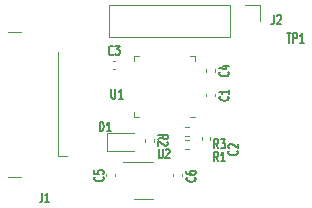
<source format=gbr>
%TF.GenerationSoftware,KiCad,Pcbnew,(7.0.0)*%
%TF.CreationDate,2023-02-23T15:33:30+08:00*%
%TF.ProjectId,CK,434b2e6b-6963-4616-945f-706362585858,rev?*%
%TF.SameCoordinates,Original*%
%TF.FileFunction,Legend,Top*%
%TF.FilePolarity,Positive*%
%FSLAX46Y46*%
G04 Gerber Fmt 4.6, Leading zero omitted, Abs format (unit mm)*
G04 Created by KiCad (PCBNEW (7.0.0)) date 2023-02-23 15:33:30*
%MOMM*%
%LPD*%
G01*
G04 APERTURE LIST*
%ADD10C,0.150000*%
%ADD11C,0.120000*%
G04 APERTURE END LIST*
D10*
%TO.C,J2*%
X114799999Y-97743904D02*
X114799999Y-98315333D01*
X114799999Y-98315333D02*
X114771428Y-98429619D01*
X114771428Y-98429619D02*
X114714285Y-98505809D01*
X114714285Y-98505809D02*
X114628571Y-98543904D01*
X114628571Y-98543904D02*
X114571428Y-98543904D01*
X115057142Y-97820095D02*
X115085714Y-97782000D01*
X115085714Y-97782000D02*
X115142857Y-97743904D01*
X115142857Y-97743904D02*
X115285714Y-97743904D01*
X115285714Y-97743904D02*
X115342857Y-97782000D01*
X115342857Y-97782000D02*
X115371428Y-97820095D01*
X115371428Y-97820095D02*
X115399999Y-97896285D01*
X115399999Y-97896285D02*
X115399999Y-97972476D01*
X115399999Y-97972476D02*
X115371428Y-98086761D01*
X115371428Y-98086761D02*
X115028571Y-98543904D01*
X115028571Y-98543904D02*
X115399999Y-98543904D01*
%TO.C,U1*%
X101042857Y-104043904D02*
X101042857Y-104691523D01*
X101042857Y-104691523D02*
X101071428Y-104767714D01*
X101071428Y-104767714D02*
X101100000Y-104805809D01*
X101100000Y-104805809D02*
X101157142Y-104843904D01*
X101157142Y-104843904D02*
X101271428Y-104843904D01*
X101271428Y-104843904D02*
X101328571Y-104805809D01*
X101328571Y-104805809D02*
X101357142Y-104767714D01*
X101357142Y-104767714D02*
X101385714Y-104691523D01*
X101385714Y-104691523D02*
X101385714Y-104043904D01*
X101985713Y-104843904D02*
X101642856Y-104843904D01*
X101814285Y-104843904D02*
X101814285Y-104043904D01*
X101814285Y-104043904D02*
X101757142Y-104158190D01*
X101757142Y-104158190D02*
X101699999Y-104234380D01*
X101699999Y-104234380D02*
X101642856Y-104272476D01*
%TO.C,J1*%
X95199999Y-112793904D02*
X95199999Y-113365333D01*
X95199999Y-113365333D02*
X95171428Y-113479619D01*
X95171428Y-113479619D02*
X95114285Y-113555809D01*
X95114285Y-113555809D02*
X95028571Y-113593904D01*
X95028571Y-113593904D02*
X94971428Y-113593904D01*
X95799999Y-113593904D02*
X95457142Y-113593904D01*
X95628571Y-113593904D02*
X95628571Y-112793904D01*
X95628571Y-112793904D02*
X95571428Y-112908190D01*
X95571428Y-112908190D02*
X95514285Y-112984380D01*
X95514285Y-112984380D02*
X95457142Y-113022476D01*
%TO.C,D1*%
X100057143Y-107593904D02*
X100057143Y-106793904D01*
X100057143Y-106793904D02*
X100200000Y-106793904D01*
X100200000Y-106793904D02*
X100285714Y-106832000D01*
X100285714Y-106832000D02*
X100342857Y-106908190D01*
X100342857Y-106908190D02*
X100371428Y-106984380D01*
X100371428Y-106984380D02*
X100400000Y-107136761D01*
X100400000Y-107136761D02*
X100400000Y-107251047D01*
X100400000Y-107251047D02*
X100371428Y-107403428D01*
X100371428Y-107403428D02*
X100342857Y-107479619D01*
X100342857Y-107479619D02*
X100285714Y-107555809D01*
X100285714Y-107555809D02*
X100200000Y-107593904D01*
X100200000Y-107593904D02*
X100057143Y-107593904D01*
X100971428Y-107593904D02*
X100628571Y-107593904D01*
X100800000Y-107593904D02*
X100800000Y-106793904D01*
X100800000Y-106793904D02*
X100742857Y-106908190D01*
X100742857Y-106908190D02*
X100685714Y-106984380D01*
X100685714Y-106984380D02*
X100628571Y-107022476D01*
%TO.C,C2*%
X111667714Y-109249999D02*
X111705809Y-109278571D01*
X111705809Y-109278571D02*
X111743904Y-109364285D01*
X111743904Y-109364285D02*
X111743904Y-109421428D01*
X111743904Y-109421428D02*
X111705809Y-109507142D01*
X111705809Y-109507142D02*
X111629619Y-109564285D01*
X111629619Y-109564285D02*
X111553428Y-109592856D01*
X111553428Y-109592856D02*
X111401047Y-109621428D01*
X111401047Y-109621428D02*
X111286761Y-109621428D01*
X111286761Y-109621428D02*
X111134380Y-109592856D01*
X111134380Y-109592856D02*
X111058190Y-109564285D01*
X111058190Y-109564285D02*
X110982000Y-109507142D01*
X110982000Y-109507142D02*
X110943904Y-109421428D01*
X110943904Y-109421428D02*
X110943904Y-109364285D01*
X110943904Y-109364285D02*
X110982000Y-109278571D01*
X110982000Y-109278571D02*
X111020095Y-109249999D01*
X111020095Y-109021428D02*
X110982000Y-108992856D01*
X110982000Y-108992856D02*
X110943904Y-108935714D01*
X110943904Y-108935714D02*
X110943904Y-108792856D01*
X110943904Y-108792856D02*
X110982000Y-108735714D01*
X110982000Y-108735714D02*
X111020095Y-108707142D01*
X111020095Y-108707142D02*
X111096285Y-108678571D01*
X111096285Y-108678571D02*
X111172476Y-108678571D01*
X111172476Y-108678571D02*
X111286761Y-108707142D01*
X111286761Y-108707142D02*
X111743904Y-109049999D01*
X111743904Y-109049999D02*
X111743904Y-108678571D01*
%TO.C,R2*%
X105006095Y-108250000D02*
X105387047Y-108050000D01*
X105006095Y-107907143D02*
X105806095Y-107907143D01*
X105806095Y-107907143D02*
X105806095Y-108135714D01*
X105806095Y-108135714D02*
X105768000Y-108192857D01*
X105768000Y-108192857D02*
X105729904Y-108221428D01*
X105729904Y-108221428D02*
X105653714Y-108250000D01*
X105653714Y-108250000D02*
X105539428Y-108250000D01*
X105539428Y-108250000D02*
X105463238Y-108221428D01*
X105463238Y-108221428D02*
X105425142Y-108192857D01*
X105425142Y-108192857D02*
X105387047Y-108135714D01*
X105387047Y-108135714D02*
X105387047Y-107907143D01*
X105729904Y-108478571D02*
X105768000Y-108507143D01*
X105768000Y-108507143D02*
X105806095Y-108564286D01*
X105806095Y-108564286D02*
X105806095Y-108707143D01*
X105806095Y-108707143D02*
X105768000Y-108764286D01*
X105768000Y-108764286D02*
X105729904Y-108792857D01*
X105729904Y-108792857D02*
X105653714Y-108821428D01*
X105653714Y-108821428D02*
X105577523Y-108821428D01*
X105577523Y-108821428D02*
X105463238Y-108792857D01*
X105463238Y-108792857D02*
X105006095Y-108450000D01*
X105006095Y-108450000D02*
X105006095Y-108821428D01*
%TO.C,C5*%
X100317714Y-111449999D02*
X100355809Y-111478571D01*
X100355809Y-111478571D02*
X100393904Y-111564285D01*
X100393904Y-111564285D02*
X100393904Y-111621428D01*
X100393904Y-111621428D02*
X100355809Y-111707142D01*
X100355809Y-111707142D02*
X100279619Y-111764285D01*
X100279619Y-111764285D02*
X100203428Y-111792856D01*
X100203428Y-111792856D02*
X100051047Y-111821428D01*
X100051047Y-111821428D02*
X99936761Y-111821428D01*
X99936761Y-111821428D02*
X99784380Y-111792856D01*
X99784380Y-111792856D02*
X99708190Y-111764285D01*
X99708190Y-111764285D02*
X99632000Y-111707142D01*
X99632000Y-111707142D02*
X99593904Y-111621428D01*
X99593904Y-111621428D02*
X99593904Y-111564285D01*
X99593904Y-111564285D02*
X99632000Y-111478571D01*
X99632000Y-111478571D02*
X99670095Y-111449999D01*
X99593904Y-110907142D02*
X99593904Y-111192856D01*
X99593904Y-111192856D02*
X99974857Y-111221428D01*
X99974857Y-111221428D02*
X99936761Y-111192856D01*
X99936761Y-111192856D02*
X99898666Y-111135714D01*
X99898666Y-111135714D02*
X99898666Y-110992856D01*
X99898666Y-110992856D02*
X99936761Y-110935714D01*
X99936761Y-110935714D02*
X99974857Y-110907142D01*
X99974857Y-110907142D02*
X100051047Y-110878571D01*
X100051047Y-110878571D02*
X100241523Y-110878571D01*
X100241523Y-110878571D02*
X100317714Y-110907142D01*
X100317714Y-110907142D02*
X100355809Y-110935714D01*
X100355809Y-110935714D02*
X100393904Y-110992856D01*
X100393904Y-110992856D02*
X100393904Y-111135714D01*
X100393904Y-111135714D02*
X100355809Y-111192856D01*
X100355809Y-111192856D02*
X100317714Y-111221428D01*
%TO.C,TP1*%
X115892856Y-99293904D02*
X116235714Y-99293904D01*
X116064285Y-100093904D02*
X116064285Y-99293904D01*
X116435714Y-100093904D02*
X116435714Y-99293904D01*
X116435714Y-99293904D02*
X116664285Y-99293904D01*
X116664285Y-99293904D02*
X116721428Y-99332000D01*
X116721428Y-99332000D02*
X116749999Y-99370095D01*
X116749999Y-99370095D02*
X116778571Y-99446285D01*
X116778571Y-99446285D02*
X116778571Y-99560571D01*
X116778571Y-99560571D02*
X116749999Y-99636761D01*
X116749999Y-99636761D02*
X116721428Y-99674857D01*
X116721428Y-99674857D02*
X116664285Y-99712952D01*
X116664285Y-99712952D02*
X116435714Y-99712952D01*
X117349999Y-100093904D02*
X117007142Y-100093904D01*
X117178571Y-100093904D02*
X117178571Y-99293904D01*
X117178571Y-99293904D02*
X117121428Y-99408190D01*
X117121428Y-99408190D02*
X117064285Y-99484380D01*
X117064285Y-99484380D02*
X117007142Y-99522476D01*
%TO.C,C6*%
X108117714Y-111499999D02*
X108155809Y-111528571D01*
X108155809Y-111528571D02*
X108193904Y-111614285D01*
X108193904Y-111614285D02*
X108193904Y-111671428D01*
X108193904Y-111671428D02*
X108155809Y-111757142D01*
X108155809Y-111757142D02*
X108079619Y-111814285D01*
X108079619Y-111814285D02*
X108003428Y-111842856D01*
X108003428Y-111842856D02*
X107851047Y-111871428D01*
X107851047Y-111871428D02*
X107736761Y-111871428D01*
X107736761Y-111871428D02*
X107584380Y-111842856D01*
X107584380Y-111842856D02*
X107508190Y-111814285D01*
X107508190Y-111814285D02*
X107432000Y-111757142D01*
X107432000Y-111757142D02*
X107393904Y-111671428D01*
X107393904Y-111671428D02*
X107393904Y-111614285D01*
X107393904Y-111614285D02*
X107432000Y-111528571D01*
X107432000Y-111528571D02*
X107470095Y-111499999D01*
X107393904Y-110985714D02*
X107393904Y-111099999D01*
X107393904Y-111099999D02*
X107432000Y-111157142D01*
X107432000Y-111157142D02*
X107470095Y-111185714D01*
X107470095Y-111185714D02*
X107584380Y-111242856D01*
X107584380Y-111242856D02*
X107736761Y-111271428D01*
X107736761Y-111271428D02*
X108041523Y-111271428D01*
X108041523Y-111271428D02*
X108117714Y-111242856D01*
X108117714Y-111242856D02*
X108155809Y-111214285D01*
X108155809Y-111214285D02*
X108193904Y-111157142D01*
X108193904Y-111157142D02*
X108193904Y-111042856D01*
X108193904Y-111042856D02*
X108155809Y-110985714D01*
X108155809Y-110985714D02*
X108117714Y-110957142D01*
X108117714Y-110957142D02*
X108041523Y-110928571D01*
X108041523Y-110928571D02*
X107851047Y-110928571D01*
X107851047Y-110928571D02*
X107774857Y-110957142D01*
X107774857Y-110957142D02*
X107736761Y-110985714D01*
X107736761Y-110985714D02*
X107698666Y-111042856D01*
X107698666Y-111042856D02*
X107698666Y-111157142D01*
X107698666Y-111157142D02*
X107736761Y-111214285D01*
X107736761Y-111214285D02*
X107774857Y-111242856D01*
X107774857Y-111242856D02*
X107851047Y-111271428D01*
%TO.C,R1*%
X110100000Y-110143904D02*
X109900000Y-109762952D01*
X109757143Y-110143904D02*
X109757143Y-109343904D01*
X109757143Y-109343904D02*
X109985714Y-109343904D01*
X109985714Y-109343904D02*
X110042857Y-109382000D01*
X110042857Y-109382000D02*
X110071428Y-109420095D01*
X110071428Y-109420095D02*
X110100000Y-109496285D01*
X110100000Y-109496285D02*
X110100000Y-109610571D01*
X110100000Y-109610571D02*
X110071428Y-109686761D01*
X110071428Y-109686761D02*
X110042857Y-109724857D01*
X110042857Y-109724857D02*
X109985714Y-109762952D01*
X109985714Y-109762952D02*
X109757143Y-109762952D01*
X110671428Y-110143904D02*
X110328571Y-110143904D01*
X110500000Y-110143904D02*
X110500000Y-109343904D01*
X110500000Y-109343904D02*
X110442857Y-109458190D01*
X110442857Y-109458190D02*
X110385714Y-109534380D01*
X110385714Y-109534380D02*
X110328571Y-109572476D01*
%TO.C,C4*%
X110917714Y-102569999D02*
X110955809Y-102598571D01*
X110955809Y-102598571D02*
X110993904Y-102684285D01*
X110993904Y-102684285D02*
X110993904Y-102741428D01*
X110993904Y-102741428D02*
X110955809Y-102827142D01*
X110955809Y-102827142D02*
X110879619Y-102884285D01*
X110879619Y-102884285D02*
X110803428Y-102912856D01*
X110803428Y-102912856D02*
X110651047Y-102941428D01*
X110651047Y-102941428D02*
X110536761Y-102941428D01*
X110536761Y-102941428D02*
X110384380Y-102912856D01*
X110384380Y-102912856D02*
X110308190Y-102884285D01*
X110308190Y-102884285D02*
X110232000Y-102827142D01*
X110232000Y-102827142D02*
X110193904Y-102741428D01*
X110193904Y-102741428D02*
X110193904Y-102684285D01*
X110193904Y-102684285D02*
X110232000Y-102598571D01*
X110232000Y-102598571D02*
X110270095Y-102569999D01*
X110460571Y-102055714D02*
X110993904Y-102055714D01*
X110155809Y-102198571D02*
X110727238Y-102341428D01*
X110727238Y-102341428D02*
X110727238Y-101969999D01*
%TO.C,C1*%
X110917714Y-104629999D02*
X110955809Y-104658571D01*
X110955809Y-104658571D02*
X110993904Y-104744285D01*
X110993904Y-104744285D02*
X110993904Y-104801428D01*
X110993904Y-104801428D02*
X110955809Y-104887142D01*
X110955809Y-104887142D02*
X110879619Y-104944285D01*
X110879619Y-104944285D02*
X110803428Y-104972856D01*
X110803428Y-104972856D02*
X110651047Y-105001428D01*
X110651047Y-105001428D02*
X110536761Y-105001428D01*
X110536761Y-105001428D02*
X110384380Y-104972856D01*
X110384380Y-104972856D02*
X110308190Y-104944285D01*
X110308190Y-104944285D02*
X110232000Y-104887142D01*
X110232000Y-104887142D02*
X110193904Y-104801428D01*
X110193904Y-104801428D02*
X110193904Y-104744285D01*
X110193904Y-104744285D02*
X110232000Y-104658571D01*
X110232000Y-104658571D02*
X110270095Y-104629999D01*
X110993904Y-104058571D02*
X110993904Y-104401428D01*
X110993904Y-104229999D02*
X110193904Y-104229999D01*
X110193904Y-104229999D02*
X110308190Y-104287142D01*
X110308190Y-104287142D02*
X110384380Y-104344285D01*
X110384380Y-104344285D02*
X110422476Y-104401428D01*
%TO.C,U2*%
X105042857Y-109093904D02*
X105042857Y-109741523D01*
X105042857Y-109741523D02*
X105071428Y-109817714D01*
X105071428Y-109817714D02*
X105100000Y-109855809D01*
X105100000Y-109855809D02*
X105157142Y-109893904D01*
X105157142Y-109893904D02*
X105271428Y-109893904D01*
X105271428Y-109893904D02*
X105328571Y-109855809D01*
X105328571Y-109855809D02*
X105357142Y-109817714D01*
X105357142Y-109817714D02*
X105385714Y-109741523D01*
X105385714Y-109741523D02*
X105385714Y-109093904D01*
X105642856Y-109170095D02*
X105671428Y-109132000D01*
X105671428Y-109132000D02*
X105728571Y-109093904D01*
X105728571Y-109093904D02*
X105871428Y-109093904D01*
X105871428Y-109093904D02*
X105928571Y-109132000D01*
X105928571Y-109132000D02*
X105957142Y-109170095D01*
X105957142Y-109170095D02*
X105985713Y-109246285D01*
X105985713Y-109246285D02*
X105985713Y-109322476D01*
X105985713Y-109322476D02*
X105957142Y-109436761D01*
X105957142Y-109436761D02*
X105614285Y-109893904D01*
X105614285Y-109893904D02*
X105985713Y-109893904D01*
%TO.C,C3*%
X101170000Y-101057714D02*
X101141428Y-101095809D01*
X101141428Y-101095809D02*
X101055714Y-101133904D01*
X101055714Y-101133904D02*
X100998571Y-101133904D01*
X100998571Y-101133904D02*
X100912857Y-101095809D01*
X100912857Y-101095809D02*
X100855714Y-101019619D01*
X100855714Y-101019619D02*
X100827143Y-100943428D01*
X100827143Y-100943428D02*
X100798571Y-100791047D01*
X100798571Y-100791047D02*
X100798571Y-100676761D01*
X100798571Y-100676761D02*
X100827143Y-100524380D01*
X100827143Y-100524380D02*
X100855714Y-100448190D01*
X100855714Y-100448190D02*
X100912857Y-100372000D01*
X100912857Y-100372000D02*
X100998571Y-100333904D01*
X100998571Y-100333904D02*
X101055714Y-100333904D01*
X101055714Y-100333904D02*
X101141428Y-100372000D01*
X101141428Y-100372000D02*
X101170000Y-100410095D01*
X101370000Y-100333904D02*
X101741428Y-100333904D01*
X101741428Y-100333904D02*
X101541428Y-100638666D01*
X101541428Y-100638666D02*
X101627143Y-100638666D01*
X101627143Y-100638666D02*
X101684286Y-100676761D01*
X101684286Y-100676761D02*
X101712857Y-100714857D01*
X101712857Y-100714857D02*
X101741428Y-100791047D01*
X101741428Y-100791047D02*
X101741428Y-100981523D01*
X101741428Y-100981523D02*
X101712857Y-101057714D01*
X101712857Y-101057714D02*
X101684286Y-101095809D01*
X101684286Y-101095809D02*
X101627143Y-101133904D01*
X101627143Y-101133904D02*
X101455714Y-101133904D01*
X101455714Y-101133904D02*
X101398571Y-101095809D01*
X101398571Y-101095809D02*
X101370000Y-101057714D01*
%TO.C,R3*%
X110100000Y-109043904D02*
X109900000Y-108662952D01*
X109757143Y-109043904D02*
X109757143Y-108243904D01*
X109757143Y-108243904D02*
X109985714Y-108243904D01*
X109985714Y-108243904D02*
X110042857Y-108282000D01*
X110042857Y-108282000D02*
X110071428Y-108320095D01*
X110071428Y-108320095D02*
X110100000Y-108396285D01*
X110100000Y-108396285D02*
X110100000Y-108510571D01*
X110100000Y-108510571D02*
X110071428Y-108586761D01*
X110071428Y-108586761D02*
X110042857Y-108624857D01*
X110042857Y-108624857D02*
X109985714Y-108662952D01*
X109985714Y-108662952D02*
X109757143Y-108662952D01*
X110300000Y-108243904D02*
X110671428Y-108243904D01*
X110671428Y-108243904D02*
X110471428Y-108548666D01*
X110471428Y-108548666D02*
X110557143Y-108548666D01*
X110557143Y-108548666D02*
X110614286Y-108586761D01*
X110614286Y-108586761D02*
X110642857Y-108624857D01*
X110642857Y-108624857D02*
X110671428Y-108701047D01*
X110671428Y-108701047D02*
X110671428Y-108891523D01*
X110671428Y-108891523D02*
X110642857Y-108967714D01*
X110642857Y-108967714D02*
X110614286Y-109005809D01*
X110614286Y-109005809D02*
X110557143Y-109043904D01*
X110557143Y-109043904D02*
X110385714Y-109043904D01*
X110385714Y-109043904D02*
X110328571Y-109005809D01*
X110328571Y-109005809D02*
X110300000Y-108967714D01*
D11*
%TO.C,J2*%
X113650000Y-96920000D02*
X113650000Y-98250000D01*
X112320000Y-96920000D02*
X113650000Y-96920000D01*
X111050000Y-96920000D02*
X100830000Y-96920000D01*
X111050000Y-96920000D02*
X111050000Y-99580000D01*
X100830000Y-96920000D02*
X100830000Y-99580000D01*
X111050000Y-99580000D02*
X100830000Y-99580000D01*
%TO.C,U1*%
X108160000Y-101190000D02*
X108160000Y-101665000D01*
X107685000Y-106410000D02*
X108160000Y-106410000D01*
X107685000Y-101190000D02*
X108160000Y-101190000D01*
X103415000Y-106410000D02*
X102940000Y-106410000D01*
X103415000Y-101190000D02*
X102940000Y-101190000D01*
X102940000Y-106410000D02*
X102940000Y-105935000D01*
X102940000Y-101190000D02*
X102940000Y-101665000D01*
%TO.C,J1*%
X93350000Y-99155000D02*
X92300000Y-99155000D01*
X93350000Y-111445000D02*
X92300000Y-111445000D01*
X96520000Y-109700000D02*
X96520000Y-100900000D01*
X96520000Y-109700000D02*
X97275000Y-109700000D01*
%TO.C,D1*%
X100702500Y-107765000D02*
X100702500Y-109235000D01*
X100702500Y-109235000D02*
X102987500Y-109235000D01*
X102987500Y-107765000D02*
X100702500Y-107765000D01*
%TO.C,C2*%
X108690000Y-108327836D02*
X108690000Y-108112164D01*
X109410000Y-108327836D02*
X109410000Y-108112164D01*
%TO.C,R2*%
X103920000Y-108513641D02*
X103920000Y-108206359D01*
X104680000Y-108513641D02*
X104680000Y-108206359D01*
%TO.C,C5*%
X101335000Y-111172164D02*
X101335000Y-111387836D01*
X100615000Y-111172164D02*
X100615000Y-111387836D01*
%TO.C,C6*%
X106985000Y-111172164D02*
X106985000Y-111387836D01*
X106265000Y-111172164D02*
X106265000Y-111387836D01*
%TO.C,R1*%
X107613641Y-109080000D02*
X107306359Y-109080000D01*
X107613641Y-108320000D02*
X107306359Y-108320000D01*
%TO.C,C4*%
X109810000Y-102362164D02*
X109810000Y-102577836D01*
X109090000Y-102362164D02*
X109090000Y-102577836D01*
%TO.C,C1*%
X109090000Y-104637836D02*
X109090000Y-104422164D01*
X109810000Y-104637836D02*
X109810000Y-104422164D01*
%TO.C,U2*%
X103787500Y-113310000D02*
X104587500Y-113310000D01*
X103787500Y-113310000D02*
X102987500Y-113310000D01*
X103787500Y-110190000D02*
X104587500Y-110190000D01*
X103787500Y-110190000D02*
X101987500Y-110190000D01*
%TO.C,C3*%
X101162164Y-101640000D02*
X101377836Y-101640000D01*
X101162164Y-102360000D02*
X101377836Y-102360000D01*
%TO.C,R3*%
X107613641Y-108030000D02*
X107306359Y-108030000D01*
X107613641Y-107270000D02*
X107306359Y-107270000D01*
%TD*%
M02*

</source>
